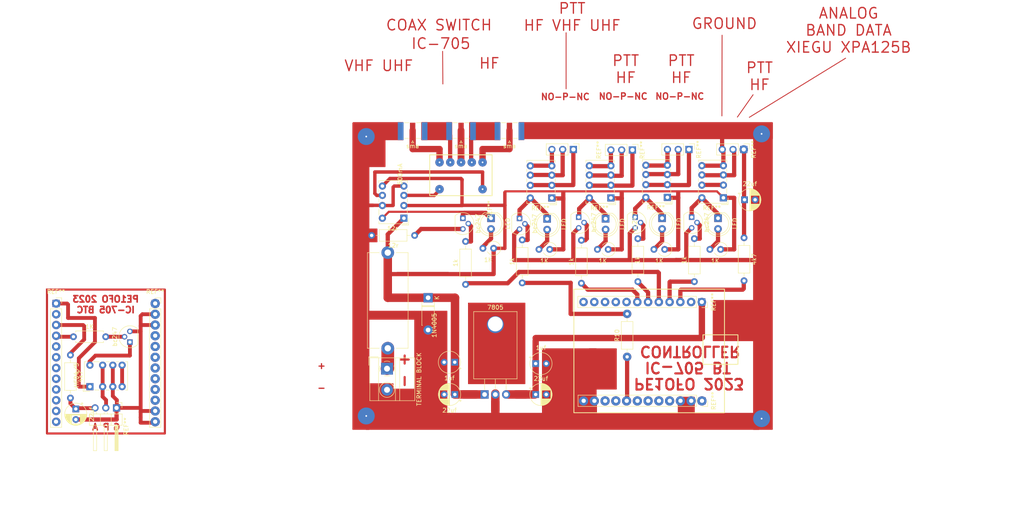
<source format=kicad_pcb>
(kicad_pcb (version 20211014) (generator pcbnew)
  (layers (0 "F.Cu" signal) (31 "B.Cu" signal) (34 "B.Paste" user) (35 "F.Paste" user) (36 "B.SilkS" user "B.Silkscreen") (37 "F.SilkS" user "F.Silkscreen") (38 "B.Mask" user) (39 "F.Mask" user) (44 "Edge.Cuts" user))
  (net 0 "")
  (footprint "Resistor_THT:R_Axial_DIN0207_L6.3mm_D2.5mm_P10.16mm_Horizontal" (layer "F.Cu") (at 169.8498 112.9538 90)
    (fp_text reference "R10")
    (fp_text value "R_Axial_DIN0207_L6.3mm_D2.5mm_P10.16mm_Horizontal")
  )
  (footprint "Relay_THT:Relay_DPDT_Omron_G6K-2P-Y" (layer "F.Cu") (at 192.5828 75.3618 180)
    (fp_text reference "REF**")
    (fp_text value "Relay_DPDT_Omron_G6K-2P-Y")
  )
  (footprint "Connector_PinHeader_2.54mm:PinHeader_1x03_P2.54mm_Vertical" (layer "F.Cu") (at 197.3938 63.9318 -90)
    (fp_text reference "REF**")
    (fp_text value "PinHeader_1x03_P2.54mm_Vertical")
  )
  (footprint "Resistor_THT:R_Axial_DIN0207_L6.3mm_D2.5mm_P10.16mm_Horizontal" (layer "F.Cu") (at 185.7248 95.1738 90)
    (fp_text reference "1k")
    (fp_text value "R_Axial_DIN0207_L6.3mm_D2.5mm_P10.16mm_Horizontal")
  )
  (footprint "Connector_PinSocket_2.54mm:PinSocket_1x12_P2.54mm_Vertical" (layer "F.Cu") (at 187.4828 99.974 -90)
    (fp_text reference "REF**")
    (fp_text value "PinSocket_1x12_P2.54mm_Vertical")
  )
  (footprint "Resistor_THT:R_Axial_DIN0207_L6.3mm_D2.5mm_P7.62mm_Horizontal" (layer "F.Cu") (at 39.116 108.204)
    (fp_text reference "1K")
    (fp_text value "R_Axial_DIN0207_L6.3mm_D2.5mm_P7.62mm_Horizontal")
  )
  (footprint "LED_THT:LED_D5.0mm" (layer "F.Cu") (at 164.7698 80.3098 -90)
    (fp_text reference "LED")
    (fp_text value "LED_D5.0mm")
  )
  (footprint "LED_THT:LED_D5.0mm" (layer "F.Cu") (at 137.7188 80.1878 -90)
    (fp_text reference "LED")
    (fp_text value "LED_D5.0mm")
  )
  (footprint "Package_TO_SOT_THT:TO-220-3_Horizontal_TabDown" (layer "F.Cu") (at 136.1948 121.8438)
    (fp_text reference "7805")
    (fp_text value "TO-220-3_Horizontal_TabDown")
  )
  (footprint "Connector_PinSocket_2.54mm:PinSocket_1x12_P2.54mm_Vertical" (layer "F.Cu") (at 187.5336 123.342 -90)
    (fp_text reference "REF**")
    (fp_text value "PinSocket_1x12_P2.54mm_Vertical")
  )
  (footprint "Capacitor_THT:CP_Radial_D5.0mm_P2.50mm" (layer "F.Cu") (at 39.6748 125.262 -90)
    (fp_text reference "22uf")
    (fp_text value "CP_Radial_D5.0mm_P2.50mm")
  )
  (footprint "Connector_Coaxial:SMA_Samtec_SMA-J-P-X-ST-EM1_EdgeMount" (layer "F.Cu") (at 119.2078 59.6138 180)
    (fp_text reference "sma")
    (fp_text value "SMA_Samtec_SMA-J-P-X-ST-EM1_EdgeMount")
  )
  (footprint "Resistor_THT:R_Axial_DIN0207_L6.3mm_D2.5mm_P10.16mm_Horizontal" (layer "F.Cu") (at 131.7113 95.8348 90)
    (fp_text reference "1k")
    (fp_text value "R_Axial_DIN0207_L6.3mm_D2.5mm_P10.16mm_Horizontal")
  )
  (footprint "Resistor_THT:R_Axial_DIN0207_L6.3mm_D2.5mm_P10.16mm_Horizontal" (layer "F.Cu") (at 38.4048 112.522 -90)
    (fp_text reference "4k7")
    (fp_text value "R_Axial_DIN0207_L6.3mm_D2.5mm_P10.16mm_Horizontal")
  )
  (footprint "Connector_Coaxial:SMA_Samtec_SMA-J-P-X-ST-EM1_EdgeMount" (layer "F.Cu") (at 142.0678 59.6138 180)
    (fp_text reference "sma")
    (fp_text value "SMA_Samtec_SMA-J-P-X-ST-EM1_EdgeMount")
  )
  (footprint "Capacitor_THT:CP_Radial_Tantal_D5.0mm_P2.50mm" (layer "F.Cu") (at 129.144912 114.2238 180)
    (fp_text reference "1uf")
    (fp_text value "CP_Radial_Tantal_D5.0mm_P2.50mm")
  )
  (footprint "Package_TO_SOT_THT:TO-92" (layer "F.Cu") (at 131.0763 80.1878 -90)
    (fp_text reference "bc247")
    (fp_text value "TO-92")
  )
  (footprint "Resistor_THT:R_Axial_DIN0309_L9.0mm_D3.2mm_P2.54mm_Vertical" (layer "F.Cu") (at 151.5813 87.5538 180)
    (fp_text reference "1K")
    (fp_text value "R_Axial_DIN0309_L9.0mm_D3.2mm_P2.54mm_Vertical")
  )
  (footprint "Relay_THT:Relay_DPDT_Omron_G6K-2P-Y" (layer "F.Cu") (at 179.3573 75.2593 180)
    (fp_text reference "REF**")
    (fp_text value "Relay_DPDT_Omron_G6K-2P-Y")
  )
  (footprint "Resistor_THT:R_Axial_DIN0207_L6.3mm_D2.5mm_P10.16mm_Horizontal" (layer "F.Cu") (at 119.6848 84.2518 180)
    (fp_text reference "12r")
    (fp_text value "R_Axial_DIN0207_L6.3mm_D2.5mm_P10.16mm_Horizontal")
  )
  (footprint "LED_THT:LED_D5.0mm" (layer "F.Cu") (at 191.3128 80.1828 -90)
    (fp_text reference "LED")
    (fp_text value "LED_D5.0mm")
  )
  (footprint "Capacitor_THT:CP_Radial_Tantal_D5.0mm_P2.50mm" (layer "F.Cu") (at 148.2598 114.5413)
    (fp_text reference "1uf")
    (fp_text value "CP_Radial_Tantal_D5.0mm_P2.50mm")
  )
  (footprint "Diode_THT:D_DO-41_SOD81_P7.62mm_Horizontal" (layer "F.Cu") (at 122.8598 98.9838 -90)
    (fp_text reference "1N4005")
    (fp_text value "D_DO-41_SOD81_P7.62mm_Horizontal")
  )
  (footprint "Connector_PinHeader_2.54mm:PinHeader_1x03_P2.54mm_Vertical" (layer "F.Cu") (at 171.1048 64.0588 -90)
    (fp_text reference "REF**")
    (fp_text value "PinHeader_1x03_P2.54mm_Vertical")
  )
  (footprint "Relay_THT:Relay_DPDT_Omron_G6K-2P-Y" (layer "F.Cu") (at 43.0124 119.9998 90)
    (fp_text reference "HFD4/5")
    (fp_text value "Relay_DPDT_Omron_G6K-2P-Y")
  )
  (footprint "Resistor_THT:R_Axial_DIN0207_L6.3mm_D2.5mm_P10.16mm_Horizontal" (layer "F.Cu") (at 145.0848 95.4758 90)
    (fp_text reference "1k")
    (fp_text value "R_Axial_DIN0207_L6.3mm_D2.5mm_P10.16mm_Horizontal")
  )
  (footprint "Resistor_THT:R_Axial_DIN0207_L6.3mm_D2.5mm_P10.16mm_Horizontal" (layer "F.Cu") (at 159.0548 95.5548 90)
    (fp_text reference "1k")
    (fp_text value "R_Axial_DIN0207_L6.3mm_D2.5mm_P10.16mm_Horizontal")
  )
  (footprint "Relay_THT:Relay_DPDT_Omron_G6K-2P-Y" (layer "F.Cu") (at 152.0698 75.4098 180)
    (fp_text reference "REF**")
    (fp_text value "Relay_DPDT_Omron_G6K-2P-Y")
  )
  (footprint "Connector_PinSocket_2.54mm:PinSocket_1x12_P2.54mm_Vertical" (layer "F.Cu") (at 58.42 100.33)
    (fp_text reference "REF**")
    (fp_text value "PinSocket_1x12_P2.54mm_Vertical")
  )
  (footprint "Package_TO_SOT_THT:TO-92" (layer "F.Cu") (at 158.4198 79.9338 -90)
    (fp_text reference "bc247")
    (fp_text value "TO-92")
  )
  (footprint "Resistor_THT:R_Axial_DIN0207_L6.3mm_D2.5mm_P10.16mm_Horizontal" (layer "F.Cu") (at 172.3898 95.1738 90)
    (fp_text reference "1k")
    (fp_text value "R_Axial_DIN0207_L6.3mm_D2.5mm_P10.16mm_Horizontal")
  )
  (footprint "Package_TO_SOT_THT:TO-92" (layer "F.Cu") (at 144.4498 80.2358 -90)
    (fp_text reference "bc247")
    (fp_text value "TO-92")
  )
  (footprint "Resistor_THT:R_Axial_DIN0309_L9.0mm_D3.2mm_P2.54mm_Vertical" (layer "F.Cu") (at 178.7208 87.5538 180)
    (fp_text reference "1K")
    (fp_text value "R_Axial_DIN0309_L9.0mm_D3.2mm_P2.54mm_Vertical")
  )
  (footprint "Connector_Coaxial:SMA_Samtec_SMA-J-P-X-ST-EM1_EdgeMount" (layer "F.Cu") (at 130.6378 59.6138 180)
    (fp_text reference "sma")
    (fp_text value "SMA_Samtec_SMA-J-P-X-ST-EM1_EdgeMount")
  )
  (footprint "Package_TO_SOT_THT:TO-92" (layer "F.Cu") (at 52.451 109.474 90)
    (fp_text reference "bc247")
    (fp_text value "TO-92")
  )
  (footprint "Relay_THT:Relay_DPDT_Omron_G6K-2P-Y" (layer "F.Cu") (at 166.0223 75.3863 180)
    (fp_text reference "REF**")
    (fp_text value "Relay_DPDT_Omron_G6K-2P-Y")
  )
  (footprint "Connector_PinHeader_2.54mm:PinHeader_1x03_P2.54mm_Horizontal" (layer "F.Cu") (at 49.2966 125.0228 -90)
    (fp_text reference "REF**")
    (fp_text value "PinHeader_1x03_P2.54mm_Horizontal")
  )
  (footprint "Connector_PinHeader_2.54mm:PinHeader_1x03_P2.54mm_Vertical" (layer "F.Cu") (at 157.1698 63.9318 -90)
    (fp_text reference "REF**")
    (fp_text value "PinHeader_1x03_P2.54mm_Vertical")
  )
  (footprint "Package_TO_SOT_THT:TO-92" (layer "F.Cu") (at 185.0898 79.9338 -90)
    (fp_text reference "bc247")
    (fp_text value "TO-92")
  )
  (footprint "Capacitor_THT:CP_Radial_D5.0mm_P2.50mm" (layer "F.Cu") (at 148.2598 121.8438)
    (fp_text reference "22uf")
    (fp_text value "CP_Radial_D5.0mm_P2.50mm")
  )
  (footprint "Resistor_THT:R_Axial_DIN0207_L6.3mm_D2.5mm_P10.16mm_Horizontal" (layer "F.Cu") (at 197.4596 84.8106 -90)
    (fp_text reference "4k7")
    (fp_text value "R_Axial_DIN0207_L6.3mm_D2.5mm_P10.16mm_Horizontal")
  )
  (footprint "LED_THT:LED_D5.0mm" (layer "F.Cu") (at 178.1048 80.1828 -90)
    (fp_text reference "LED")
    (fp_text value "LED_D5.0mm")
  )
  (footprint "Resistor_THT:R_Axial_DIN0309_L9.0mm_D3.2mm_P2.54mm_Vertical" (layer "F.Cu") (at 165.3858 87.5538 180)
    (fp_text reference "1K")
    (fp_text value "R_Axial_DIN0309_L9.0mm_D3.2mm_P2.54mm_Vertical")
  )
  (footprint "Package_TO_SOT_THT:TO-92" (layer "F.Cu") (at 171.7548 79.9338 -90)
    (fp_text reference "bc247")
    (fp_text value "TO-92")
  )
  (footprint "LED_THT:LED_D5.0mm" (layer "F.Cu") (at 150.9653 80.3368 -90)
    (fp_text reference "LED")
    (fp_text value "LED_D5.0mm")
  )
  (footprint "Capacitor_THT:CP_Radial_D5.0mm_P2.50mm" (layer "F.Cu") (at 129.1698 121.8438 180)
    (fp_text reference "22uf")
    (fp_text value "CP_Radial_D5.0mm_P2.50mm")
  )
  (footprint "Connector_PinHeader_2.54mm:PinHeader_1x03_P2.54mm_Vertical" (layer "F.Cu") (at 184.4548 63.9318 -90)
    (fp_text reference "REF**")
    (fp_text value "PinHeader_1x03_P2.54mm_Vertical")
  )
  (footprint "Capacitor_THT:CP_Radial_D5.0mm_P2.50mm" (layer "F.Cu") (at 197.575287 75.819)
    (fp_text reference "22uf")
    (fp_text value "CP_Radial_D5.0mm_P2.50mm")
  )
  (footprint "Resistor_THT:R_Axial_DIN0309_L9.0mm_D3.2mm_P2.54mm_Vertical" (layer "F.Cu") (at 191.9288 87.5538 180)
    (fp_text reference "1K")
    (fp_text value "R_Axial_DIN0309_L9.0mm_D3.2mm_P2.54mm_Vertical")
  )
  (footprint "Resistor_THT:R_Axial_DIN0309_L9.0mm_D3.2mm_P2.54mm_Vertical" (layer "F.Cu") (at 138.3348 87.2998 180)
    (fp_text reference "1K")
    (fp_text value "R_Axial_DIN0309_L9.0mm_D3.2mm_P2.54mm_Vertical")
  )
  (footprint "Fuse:Fuseholder_Cylinder-5x20mm_Stelvio-Kontek_PTF78_Horizontal_Open" (layer "F.Cu") (at 113.3348 110.9218 90)
    (fp_text reference "500mA")
    (fp_text value "Fuseholder_Cylinder-5x20mm_Stelvio-Kontek_PTF78_Horizontal_Open" hide)
  )
  (footprint "Connector_PinSocket_2.54mm:PinSocket_1x12_P2.54mm_Vertical" (layer "F.Cu") (at 35.0012 100.33)
    (fp_text reference "REF**")
    (fp_text value "PinSocket_1x12_P2.54mm_Vertical")
  )
  (footprint "Relay_THT:Relay_DPDT_Omron_G6K-2P-Y" (layer "F.Cu") (at 117.1448 80.1878 180)
    (fp_text reference "12r")
    (fp_text value "Relay_DPDT_Omron_G6K-2P-Y")
  )
  (footprint "TerminalBlock_MetzConnect:TerminalBlock_MetzConnect_Type011_RT05502HBWC_1x02_P5.00mm_Horizontal" (layer "F.Cu") (at 113.1598 115.7478 -90)
    (fp_text reference "TERMINAL BLOCK")
    (fp_text value "TerminalBlock_MetzConnect_Type011_RT05502HBWC_1x02_P5.00mm_Horizontal")
  )
  (gr_line (start 148.2598 109.1438) (end 148.2598 121.8438) (layer "F.Cu") (width 1.5))
  (gr_rect (start 190.1698 104.3813) (end 190.1698 104.3813) (layer "F.Cu") (width 0.2) (fill none))
  (gr_rect (start 190.1698 107.8738) (end 190.1698 107.8738) (layer "F.Cu") (width 0.2) (fill none))
  (gr_rect (start 202.2856 74.5998) (end 199.5932 77.0382) (layer "F.Cu") (width 1) (fill none))
  (gr_rect (start 167.3098 111.0488) (end 160.9598 120.5738) (layer "F.Cu") (width 0.2) (fill solid))
  (gr_rect (start 110.7948 82.7278) (end 107.4928 85.7758) (layer "F.Cu") (width 0.2) (fill solid))
  (gr_rect (start 120.3198 120.5738) (end 113.9698 126.2888) (layer "F.Cu") (width 0.2) (fill solid))
  (gr_rect (start 199.6948 130.0988) (end 204.1398 57.7088) (layer "F.Cu") (width 0.2) (fill solid))
  (gr_rect (start 112.6998 60.2488) (end 107.6198 67.9958) (layer "F.Cu") (width 0.2) (fill solid))
  (gr_line (start 122.8598 98.9838) (end 113.3348 98.9838) (layer "F.Cu") (width 2))
  (gr_rect (start 119.6848 102.1588) (end 108.2548 104.0638) (layer "F.Cu") (width 0.2) (fill solid))
  (gr_rect (start 200.9648 130.0988) (end 108.2548 126.2888) (layer "F.Cu") (width 0.2) (fill solid))
  (gr_line (start 113.3348 98.9838) (end 113.3348 88.3158) (layer "F.Cu") (width 2))
  (gr_rect (start 162.5473 111.0488) (end 149.8473 127.5588) (layer "F.Cu") (width 0.2) (fill solid))
  (gr_line (start 155.448 49.6062) (end 155.448 36.3474) (layer "F.Cu") (width 0.2))
  (gr_rect (start 167.3098 115.8113) (end 167.3098 115.8113) (layer "F.Cu") (width 0.2) (fill none))
  (gr_rect (start 128.4478 57.5818) (end 121.3358 61.6458) (layer "F.Cu") (width 0.2) (fill solid))
  (gr_line (start 126.3396 48.4632) (end 126.2888 40.7416) (layer "F.Cu") (width 0.2))
  (gr_rect (start 145.7198 100.2538) (end 132.3848 119.3038) (layer "F.Cu") (width 0.2) (fill solid))
  (gr_line (start 195.8848 56.2864) (end 199.5932 51.0032) (layer "F.Cu") (width 0.2))
  (gr_rect (start 190.1698 107.8738) (end 190.1698 107.8738) (layer "F.Cu") (width 0.2) (fill none))
  (gr_rect (start 114.5848 119.3038) (end 106.9848 127.5588) (layer "F.Cu") (width 0.2) (fill solid))
  (gr_rect (start 116.8908 57.5818) (end 105.2068 61.6458) (layer "F.Cu") (width 0.2) (fill solid))
  (gr_line (start 122.8598 98.9838) (end 129.2098 98.9838) (layer "F.Cu") (width 2))
  (gr_line (start 192.2272 56.007) (end 192.278 36.9316) (layer "F.Cu") (width 0.2))
  (gr_rect (start 127.3048 102.1588) (end 119.6848 127.5588) (layer "F.Cu") (width 0.2) (fill solid))
  (gr_rect (start 139.7508 57.5818) (end 132.6388 61.6458) (layer "F.Cu") (width 0.2) (fill solid))
  (gr_rect (start 263.460112 99.695) (end 263.460112 99.695) (layer "F.Cu") (width 0.2) (fill none))
  (gr_rect (start 263.460112 99.695) (end 263.460112 99.695) (layer "F.Cu") (width 0.2) (fill none))
  (gr_rect (start 199.6948 99.6188) (end 190.1698 109.1438) (layer "F.Cu") (width 0.2) (fill solid))
  (gr_rect (start 185.7248 122.4788) (end 181.9148 129.4638) (layer "F.Cu") (width 0.2) (fill solid))
  (gr_rect (start 167.3098 115.8113) (end 167.3098 115.8113) (layer "F.Cu") (width 0.2) (fill none))
  (gr_line (start 129.2098 98.9838) (end 129.2098 121.8438) (layer "F.Cu") (width 2))
  (gr_rect (start 105.0798 130.0988) (end 108.8898 57.7088) (layer "F.Cu") (width 0.2) (fill solid))
  (gr_line (start 198.7042 56.3372) (end 221.4372 42.3672) (layer "F.Cu") (width 0.2))
  (gr_rect (start 204.1398 57.5818) (end 144.4498 61.3918) (layer "F.Cu") (width 0.2) (fill solid))
  (gr_rect (start 32.8705 131.064) (end 60.706 97.05) (layer "F.Cu") (width 0.5) (fill none))
  (gr_rect (start 117.1448 120.5738) (end 117.1448 120.5738) (layer "F.Cu") (width 0.2) (fill none))
  (gr_rect (start 196.0118 107.7468) (end 187.7568 114.7318) (layer "F.SilkS") (width 0.2) (fill none))
  (gr_rect (start 192.8368 96.9518) (end 157.2768 126.1618) (layer "F.SilkS") (width 0.2) (fill none))
  (gr_rect (start 137.9728 65.2018) (end 123.2408 74.8538) (layer "F.SilkS") (width 0.2) (fill none))
  (gr_text "-" (at 97.6884 120.269) (layer "F.Cu") (effects (font (size 1.5 1.5) (thickness 0.3))))
  (gr_text "PTT\nHF" (at 169.5196 44.958) (layer "F.Cu") (effects (font (size 2.5 2.5) (thickness 0.3))))
  (gr_text "COAX SWITCH" (at 125.4252 34.544) (layer "F.Cu") (effects (font (size 2.5 2.5) (thickness 0.3))))
  (gr_text "IC-705 BTC" (at 46.736 101.854) (layer "F.Cu") (effects (font (size 1.5 1.5) (thickness 0.375)) (justify mirror)))
  (gr_text "GROUND" (at 192.8368 34.1884) (layer "F.Cu") (effects (font (size 2.5 2.5) (thickness 0.3))))
  (gr_text "ANALOG\nBAND DATA\nXIEGU XPA125B" (at 222.1484 35.7632) (layer "F.Cu") (effects (font (size 2.5 2.5) (thickness 0.3))))
  (gr_text "IC-705 BT" (at 184.2008 115.4938 180) (layer "F.Cu") (effects (font (size 2.5 2.5) (thickness 0.5)) (justify mirror)))
  (gr_text "G" (at 49.3268 129.54) (layer "F.Cu") (effects (font (size 1.5 1.5) (thickness 0.375)) (justify mirror)))
  (gr_text "PTT\nHF" (at 182.626 44.958) (layer "F.Cu") (effects (font (size 2.5 2.5) (thickness 0.3))))
  (gr_text "IC-705" (at 125.8824 38.9128) (layer "F.Cu") (effects (font (size 2.5 2.5) (thickness 0.3))))
  (gr_text "P" (at 46.83905 129.54) (layer "F.Cu") (effects (font (size 1.5 1.5) (thickness 0.375)) (justify mirror)))
  (gr_text "PTT\nHF" (at 201.1172 46.6344) (layer "F.Cu") (effects (font (size 2.5 2.5) (thickness 0.3))))
  (gr_text "CONTROLLER" (at 184.7088 111.6838 180) (layer "F.Cu") (effects (font (size 2.5 2.5) (thickness 0.5)) (justify mirror)))
  (gr_text "+" (at 117.1448 113.5888 90) (layer "F.Cu") (effects (font (size 2.5 2.5) (thickness 0.5)) (justify mirror)))
  (gr_text "HF" (at 137.3124 43.5864) (layer "F.Cu") (effects (font (size 2.5 2.5) (thickness 0.3))))
  (gr_text "PTT\nHF VHF UHF" (at 156.8704 32.6136) (layer "F.Cu") (effects (font (size 2.5 2.5) (thickness 0.3))))
  (gr_text "NO-P-NC" (at 155.2448 51.4858) (layer "F.Cu") (effects (font (size 1.5 1.5) (thickness 0.3))))
  (gr_text "VHF UHF" (at 111.2012 44.1452) (layer "F.Cu") (effects (font (size 2.5 2.5) (thickness 0.3))))
  (gr_text "-" (at 117.1448 118.6688 90) (layer "F.Cu") (effects (font (size 2.5 2.5) (thickness 0.5)) (justify mirror)))
  (gr_text "NO-P-NC" (at 182.2704 51.3842) (layer "F.Cu") (effects (font (size 1.5 1.5) (thickness 0.3))))
  (gr_text "NO-P-NC" (at 168.91 51.3842) (layer "F.Cu") (effects (font (size 1.5 1.5) (thickness 0.3))))
  (gr_text "A" (at 44.2468 129.54) (layer "F.Cu") (effects (font (size 1.5 1.5) (thickness 0.375)) (justify mirror)))
  (gr_text "PE1OFO 2023" (at 184.4548 119.3038 180) (layer "F.Cu") (effects (font (size 2.5 2.5) (thickness 0.5)) (justify mirror)))
  (gr_text "+" (at 97.6884 115.0366) (layer "F.Cu") (effects (font (size 1.5 1.5) (thickness 0.3))))
  (gr_text "PE1OFO 2023" (at 46.736 99.314) (layer "F.Cu") (effects (font (size 1.5 1.5) (thickness 0.375)) (justify mirror)))
  (gr_text "REF**" (at 137.4318 78.1428 90) (layer "F.SilkS") (effects (font (size 1 1))))
  (segment (start 40.5384 119.9896) (end 40.386 119.8372) (width 0.9) (layer "F.Cu") (net 0))
  (segment (start 172.3898 95.3008) (end 172.3898 95.1738) (width 1) (layer "F.Cu") (net 0))
  (segment (start 181.9148 75.3618) (end 181.9148 74.0918) (width 1) (layer "F.Cu") (net 0))
  (segment (start 55.389 102.887) (end 54.991 103.285) (width 0.9) (layer "F.Cu") (net 0))
  (segment (start 48.4124 122.2248) (end 49.3624 123.1748) (width 0.9) (layer "F.Cu") (net 0))
  (segment (start 176.1808 87.5538) (end 178.1048 85.6298) (width 1) (layer "F.Cu") (net 0))
  (segment (start 186.9948 85.0138) (end 185.7248 85.0138) (width 1) (layer "F.Cu") (net 0))
  (segment (start 192.5828 67.7618) (end 192.5828 64.2008) (width 1) (layer "F.Cu") (net 0))
  (segment (start 144.4498 82.7758) (end 143.1798 84.0458) (width 1) (layer "F.Cu") (net 0))
  (segment (start 192.5828 70.2818) (end 192.8368 70.0278) (width 1) (layer "F.Cu") (net 0))
  (segment (start 130.8608 77.1878) (end 130.8608 71.0438) (width 0.8) (layer "F.Cu") (net 0))
  (segment (start 195.1078 64.1858) (end 195.1078 65.1868) (width 1) (layer "F.Cu") (net 0))
  (segment (start 121.2088 82.7278) (end 119.6848 84.2518) (width 1) (layer "F.Cu") (net 0))
  (segment (start 109.33732 77.1878) (end 109.28932 77.1398) (width 0.2) (layer "F.Cu") (net 0))
  (segment (start 177.0888 92.8878) (end 144.3228 92.8878) (width 1) (layer "F.Cu") (net 0))
  (segment (start 179.3748 63.9318) (end 179.3748 67.7593) (width 1) (layer "F.Cu") (net 0))
  (segment (start 160.3248 81.8388) (end 160.3248 85.0138) (width 1) (layer "F.Cu") (net 0))
  (segment (start 192.5828 64.2008) (end 192.3138 63.9318) (width 1) (layer "F.Cu") (net 0))
  (segment (start 168.5798 75.4888) (end 166.0398 75.4888) (width 1) (layer "F.Cu") (net 0))
  (segment (start 143.1798 84.0458) (end 143.1798 90.0938) (width 1) (layer "F.Cu") (net 0))
  (segment (start 138.7348 121.6338) (end 138.7348 125.6538) (width 2) (layer "F.Cu") (net 0))
  (segment (start 52.451 112.649) (end 44.323 112.649) (width 0.9) (layer "F.Cu") (net 0))
  (segment (start 54.991 125.984) (end 55.228 125.747) (width 0.6) (layer "F.Cu") (net 0))
  (segment (start 169.7228 123.3678) (end 169.4688 123.6218) (width 1) (layer "F.Cu") (net 0))
  (segment (start 168.5798 75.4888) (end 168.5798 74.2188) (width 1) (layer "F.Cu") (net 0))
  (segment (start 162.8458 87.5538) (end 164.7698 85.6298) (width 1) (layer "F.Cu") (net 0))
  (segment (start 113.5888 78.6638) (end 135.6868 78.6638) (width 0.5) (layer "F.Cu") (net 0))
  (segment (start 54.991 103.285) (end 54.991 105.664) (width 0.9) (layer "F.Cu") (net 0))
  (segment (start 154.6448 70.0278) (end 152.1533 70.0278) (width 1) (layer "F.Cu") (net 0))
  (segment (start 189.3888 87.5538) (end 191.3128 85.6298) (width 1) (layer "F.Cu") (net 0))
  (segment (start 197.3938 95.0364) (end 197.3938 96.8398) (width 1) (layer "F.Cu") (net 0))
  (segment (start 164.7698 79.2988) (end 160.9598 75.4888) (width 1) (layer "F.Cu") (net 0))
  (segment (start 147.1553 75.5158) (end 150.9653 79.3258) (width 1) (layer "F.Cu") (net 0))
  (segment (start 171.7548 82.4738) (end 170.4848 83.7438) (width 1) (layer "F.Cu") (net 0))
  (segment (start 185.0898 82.4738) (end 183.8198 83.7438) (width 1) (layer "F.Cu") (net 0))
  (segment (start 168.5798 87.5538) (end 165.3858 87.5538) (width 1) (layer "F.Cu") (net 0))
  (segment (start 117.1448 72.5878) (end 114.8388 72.5878) (width 0.8) (layer "F.Cu") (net 0))
  (segment (start 142.0678 63.8413) (end 135.7178 63.8413) (width 1.5) (layer "F.Cu") (net 0))
  (segment (start 114.8388 72.5878) (end 114.6048 72.8218) (width 0.2) (layer "F.Cu") (net 0))
  (segment (start 197.3938 96.8398) (end 197.1548 97.0788) (width 0.25) (layer "F.Cu") (net 0))
  (segment (start 112.3188 79.9338) (end 113.5888 78.6638) (width 0.5) (layer "F.Cu") (net 0))
  (segment (start 38.4048 112.0902) (end 38.4048 112.522) (width 0.9) (layer "F.Cu") (net 0))
  (segment (start 183.8198 90.0938) (end 181.4068 90.0938) (width 1) (layer "F.Cu") (net 0))
  (segment (start 181.9198 67.7368) (end 181.9148 67.7418) (width 0.25) (layer "F.Cu") (net 0))
  (segment (start 37.846 103.759) (end 37.846 100.584) (width 0.9) (layer "F.Cu") (net 0))
  (segment (start 164.7698 85.6298) (end 164.7698 82.8498) (width 1) (layer "F.Cu") (net 0))
  (segment (start 110.2868 74.3458) (end 110.7288 74.7878) (width 0.8) (layer "F.Cu") (net 0))
  (segment (start 58.42 105.432) (end 55.223 105.432) (width 0.9) (layer "F.Cu") (net 0))
  (segment (start 54.991 105.664) (end 54.991 106.934) (width 0.9) (layer "F.Cu") (net 0))
  (segment (start 130.8503 59.6388) (end 130.6378 59.4263) (width 0.2) (layer "F.Cu") (net 0))
  (segment (start 168.5798 70.1548) (end 166.0883 70.1548) (width 1) (layer "F.Cu") (net 0))
  (segment (start 185.0898 77.7748) (end 187.5028 75.3618) (width 1) (layer "F.Cu") (net 0))
  (segment (start 46.0124 119.9998) (end 46.0124 122.3648) (width 0.9) (layer "F.Cu") (net 0))
  (segment (start 148.0312 121.8438) (end 143.5862 121.8438) (width 2) (layer "F.Cu") (net 0))
  (segment (start 37.846 100.584) (end 37.614 100.352) (width 0.9) (layer "F.Cu") (net 0))
  (segment (start 157.1368 72.3618) (end 152.0873 72.3618) (width 1) (layer "F.Cu") (net 0))
  (segment (start 132.3463 81.4578) (end 132.9813 82.0928) (width 1) (layer "F.Cu") (net 0))
  (segment (start 192.3288 63.9468) (end 192.3138 63.9318) (width 0.25) (layer "F.Cu") (net 0))
  (segment (start 54.991 127.254) (end 54.991 128.524) (width 0.9) (layer "F.Cu") (net 0))
  (segment (start 158.5258 77.9228) (end 160.9598 75.4888) (width 1) (layer "F.Cu") (net 0))
  (segment (start 166.0223 72.4888) (end 160.9423 72.4888) (width 1) (layer "F.Cu") (net 0))
  (segment (start 195.1078 65.1868) (end 195.1228 65.2018) (width 0.25) (layer "F.Cu") (net 0))
  (segment (start 134.2898 121.8438) (end 129.2098 121.8438) (width 2) (layer "F.Cu") (net 0))
  (segment (start 55.228 125.747) (end 58.42 125.747) (width 0.9) (layer "F.Cu") (net 0))
  (segment (start 146.3548 85.3158) (end 145.0848 85.3158) (width 1) (layer "F.Cu") (net 0))
  (segment (start 181.9148 63.9318) (end 181.9148 69.7738) (width 1) (layer "F.Cu") (net 0))
  (segment (start 181.9148 87.5538) (end 178.7208 87.5538) (width 1) (layer "F.Cu") (net 0))
  (segment (start 174.5488 97.4598) (end 172.3898 95.3008) (width 1) (layer "F.Cu") (net 0))
  (segment (start 110.2868 69.2658) (end 110.2868 74.3458) (width 0.8) (layer "F.Cu") (net 0))
  (segment (start 131.0763 79.2103) (end 131.0763 80.1878) (width 1) (layer "F.Cu") (net 0))
  (segment (start 142.0678 63.8413) (end 142.0678 59.4138) (width 1.5) (layer "F.Cu") (net 0))
  (segment (start 158.4198 82.4738) (end 157.1498 83.7438) (width 1) (layer "F.Cu") (net 0))
  (segment (start 184.9678 123.3678) (end 184.9678 126.8018) (width 1) (layer "F.Cu") (net 0))
  (segment (start 173.6598 85.0138) (end 172.3898 85.0138) (width 1) (layer "F.Cu") (net 0))
  (segment (start 135.7948 87.2998) (end 135.7948 86.9378) (width 1) (layer "F.Cu") (net 0))
  (segment (start 133.0198 67.2338) (end 133.0198 60.8838) (width 1) (layer "F.Cu") (net 0))
  (segment (start 39.857 125.0798) (end 44.2824 125.0798) (width 0.9) (layer "F.Cu") (net 0))
  (segment (start 173.6598 81.8388) (end 173.6598 85.0138) (width 1) (layer "F.Cu") (net 0))
  (segment (start 135.7178 69.2658) (end 110.2868 69.2658) (width 0.8) (layer "F.Cu") (net 0))
  (segment (start 195.1228 70.0278) (end 187.5688 70.0278) (width 1) (layer "F.Cu") (net 0))
  (segment (start 140.9823 87.2998) (end 140.9823 74.0918) (width 0.8) (layer "F.Cu") (net 0))
  (segment (start 146.3548 82.1408) (end 146.3548 85.3158) (width 1) (layer "F.Cu") (net 0))
  (segment (start 171.1048 64.0588) (end 171.1048 72.4258) (width 1) (layer "F.Cu") (net 0))
  (segment (start 171.1198 72.4408) (end 171.0718 72.4888) (width 0.2) (layer "F.Cu") (net 0))
  (segment (start 141.0208 77.1398) (end 130.8608 77.1398) (width 0.8) (layer "F.Cu") (net 0))
  (segment (start 48.4124 119.9998) (end 48.4124 122.2248) (width 0.9) (layer "F.Cu") (net 0))
  (segment (start 119.2078 63.8413) (end 119.2078 59.4138) (width 1.5) (layer "F.Cu") (net 0))
  (segment (start 169.8498 123.2408) (end 169.7228 123.3678) (width 1) (layer "F.Cu") (net 0))
  (segment (start 46.736 108.204) (end 51.181 108.204) (width 0.9) (layer "F.Cu") (net 0))
  (segment (start 194.8538 63.9318) (end 195.1078 64.1858) (width 1) (layer "F.Cu") (net 0))
  (segment (start 187.5028 108.3818) (end 187.3758 108.5088) (width 0.25) (layer "F.Cu") (net 0))
  (segment (start 177.3428 93.1418) (end 177.0888 92.8878) (width 1) (layer "F.Cu") (net 0))
  (segment (start 46.8224 123.1748) (end 46.8224 125.0798) (width 0.9) (layer "F.Cu") (net 0))
  (segment (start 166.0223 70.0888) (end 160.9423 70.0888) (width 1) (layer "F.Cu") (net 0))
  (segment (start 154.7483 75.5158) (end 152.2353 75.5158) (width 1) (layer "F.Cu") (net 0))
  (segment (start 138.3348 87.2998) (end 138.3348 93.3958) (width 1) (layer "F.Cu") (net 0))
  (segment (start 192.5628 67.7618) (end 187.5028 67.7618) (width 1) (layer "F.Cu") (net 0))
  (segment (start 42.926 114.046) (end 42.926 115.189) (width 0.9) (layer "F.Cu") (net 0))
  (segment (start 156.5148 102.7938) (end 156.5148 95.4278) (width 1) (layer "F.Cu") (net 0))
  (segment (start 171.7548 77.9018) (end 174.2948 75.3618) (width 1) (layer "F.Cu") (net 0))
  (segment (start 166.0223 67.8888) (end 160.9423 67.8888) (width 1) (layer "F.Cu") (net 0))
  (segment (start 154.6298 63.9318) (end 154.6298 70.0128) (width 1) (layer "F.Cu") (net 0))
  (segment (start 159.5628 123.3678) (end 159.5628 126.7968) (width 1) (layer "F.Cu") (net 0))
  (segment (start 49.3268 127.762) (end 49.2966 127.7318) (width 0.25) (layer "F.Cu") (net 0))
  (segment (start 169.8498 102.7938) (end 156.5148 102.7938) (width 1) (layer "F.Cu") (net 0))
  (segment (start 157.1698 63.6298) (end 157.1498 63.6498) (width 1) (layer "F.Cu") (net 0))
  (segment (start 192.5828 75.3618) (end 191.0588 73.8378) (width 0.5) (layer "F.Cu") (net 0))
  (segment (start 131.3688 78.9178) (end 131.0763 79.2103) (width 1) (layer "F.Cu") (net 0))
  (segment (start 144.4498 78.2213) (end 147.1553 75.5158) (width 1) (layer "F.Cu") (net 0))
  (segment (start 179.6923 69.7738) (end 179.4383 70.0278) (width 1) (layer "F.Cu") (net 0))
  (segment (start 130.6068 70.7898) (end 113.8628 70.7898) (width 0.8) (layer "F.Cu") (net 0))
  (segment (start 114.6048 72.8218) (end 114.6048 77.1398) (width 0.8) (layer "F.Cu") (net 0))
  (segment (start 41.656 108.839) (end 38.4048 112.0902) (width 0.9) (layer "F.Cu") (net 0))
  (segment (start 55.223 105.432) (end 54.991 105.664) (width 0.25) (layer "F.Cu") (net 0))
  (segment (start 187.5028 99.9998) (end 187.5028 108.3818) (width 1.5) (layer "F.Cu") (net 0))
  (segment (start 174.8028 97.7138) (end 174.5488 97.4598) (width 0.25) (layer "F.Cu") (net 0))
  (segment (start 171.1198 97.0788) (end 172.2628 98.2218) (width 1) (layer "F.Cu") (net 0))
  (segment (start 58.188 125.984) (end 58.42 125.752) (width 0.25) (layer "F.Cu") (net 0))
  (segment (start 46.0124 114.9198) (end 46.0124 119.9998) (width 0.9) (layer "F.Cu") (net 0))
  (segment (start 187.5028 108.6358) (end 187.3758 108.5088) (width 0.25) (layer "F.Cu") (net 0))
  (segment (start 168.5648 70.1398) (end 168.5798 70.1548) (width 0.2) (layer "F.Cu") (net 0))
  (segment (start 55.389 102.887) (end 58.42 102.887) (width 0.9) (layer "F.Cu") (net 0))
  (segment (start 54.991 106.934) (end 54.991 125.984) (width 0.9) (layer "F.Cu") (net 0))
  (segment (start 185.0898 126.9238) (end 182.5498 126.9238) (width 1) (layer "F.Cu") (net 0))
  (segment (start 143.5608 90.0938) (end 143.3068 89.8398) (width 1) (layer "F.Cu") (net 0))
  (segment (start 38.4048 122.682) (end 38.4048 123.992) (width 0.9) (layer "F.Cu") (net 0))
  (segment (start 150.9653 85.6298) (end 150.9653 82.8768) (width 1) (layer "F.Cu") (net 0))
  (segment (start 195.1228 87.5538) (end 195.1228 75.3618) (width 1) (layer "F.Cu") (net 0))
  (segment (start 44.196 103.759) (end 37.846 103.759) (width 0.9) (layer "F.Cu") (net 0))
  (segment (start 191.3128 80.1828) (end 191.3128 79.1718) (width 1) (layer "F.Cu") (net 0))
  (segment (start 197.4596 84.8106) (end 197.4596 63.9976) (width 1) (layer "F.Cu") (net 0))
  (segment (start 181.4068 90.0938) (end 143.5608 90.0938) (width 1) (layer "F.Cu") (net 0))
  (segment (start 197.4596 94.9706) (end 197.3938 95.0364) (width 1) (layer "F.Cu") (net 0))
  (segment (start 179.1208 72.3138) (end 174.5488 72.3138) (width 1) (layer "F.Cu") (net 0))
  (segment (start 37.614 100.352) (end 35.052 100.352) (width 0.9) (layer "F.Cu") (net 0))
  (segment (start 40.386 119.8372) (end 40.386 113.284) (width 0.9) (layer "F.Cu") (net 0))
  (segment (start 197.1548 97.0788) (end 182.5498 97.0788) (width 1) (layer "F.Cu") (net 0))
  (segment (start 171.0718 72.4888) (end 166.0223 72.4888) (width 1) (layer "F.Cu") (net 0))
  (segment (start 113.8628 70.7898) (end 112.0648 72.5878) (width 0.8) (layer "F.Cu") (net 0))
  (segment (start 35.284 108.204) (end 35.052 107.972) (width 0.25) (layer "F.Cu") (net 0))
  (segment (start 187.5688 70.0278) (end 187.5028 69.9618) (width 1) (layer "F.Cu") (net 0))
  (segment (start 136.1948 121.8438) (end 131.1148 121.8438) (width 2) (layer "F.Cu") (net 0))
  (segment (start 35.052 105.432) (end 41.424 105.432) (width 0.9) (layer "F.Cu") (net 0))
  (segment (start 39.6748 125.262) (end 39.857 125.0798) (width 0.9) (layer "F.Cu") (net 0))
  (segment (start 166.0883 70.1548) (end 166.0223 70.0888) (width 0.2) (layer "F.Cu") (net 0))
  (segment (start 137.7188 85.0138) (end 137.7188 83.2358) (width 1) (layer "F.Cu") (net 0))
  (segment (start 113.3348 115.5728) (end 113.1598 115.7478) (width 3) (layer "F.Cu") (net 0))
  (segment (start 174.2948 75.3618) (end 178.1048 79.1718) (width 1) (layer "F.Cu") (net 0))
  (segment (start 43.0124 119.9998) (end 40.4724 119.9998) (width 0.9) (layer "F.Cu") (net 0))
  (segment (start 159.6898 81.2038) (end 160.3248 81.8388) (width 1) (layer "F.Cu") (net 0))
  (segment (start 136.4488 78.9178) (end 131.3688 78.9178) (width 1) (layer "F.Cu") (net 0))
  (segment (start 192.5828 67.8688) (end 192.5828 67.7418) (width 1) (layer "F.Cu") (net 0))
  (segment (start 138.3348 87.2998) (end 140.9823 87.2998) (width 0.8) (layer "F.Cu") (net 0))
  (segment (start 130.8608 71.0438) (end 130.6068 70.7898) (width 0.8) (layer "F.Cu") (net 0))
  (segment (start 141.6558 95.5548) (end 131.9913 95.5548) (width 1) (layer "F.Cu") (net 0))
  (segment (start 162.2298 123.4948) (end 162.2298 126.9238) (width 1) (layer "F.Cu") (net 0))
  (segment (start 177.3428 99.9998) (end 177.3428 93.1418) (width 1) (layer "F.Cu") (net 0))
  (segment (start 195.1228 75.3618) (end 192.5828 75.3618) (width 1) (layer "F.Cu") (net 0))
  (segment (start 111.5568 77.1398) (end 108.82932 77.1398) (width 0.8) (layer "F.Cu") (net 0))
  (segment (start 187.3758 108.5088) (end 148.2598 108.5088) (width 1.5) (layer "F.Cu") (net 0))
  (segment (start 125.5268 73.5838) (end 124.3228 74.7878) (width 0.8) (layer "F.Cu") (net 0))
  (segment (start 156.5148 95.4758) (end 145.0848 95.4758) (width 1) (layer "F.Cu") (net 0))
  (segment (start 191.3128 79.1718) (end 187.5028 75.3618) (width 1) (layer "F.Cu") (net 0))
  (segment (start 135.7948 86.9378) (end 137.7188 85.0138) (width 1) (layer "F.Cu") (net 0))
  (segment (start 168.5798 75.4888) (end 168.5798 87.5538) (width 1) (layer "F.Cu") (net 0))
  (segment (start 191.0588 73.8378) (end 141.0208 73.8378) (width 0.5) (layer "F.Cu") (net 0))
  (segment (start 144.4498 80.2358) (end 144.4498 78.2213) (width 1) (layer "F.Cu") (net 0))
  (segment (start 154.7753 75.4888) (end 154.7483 75.5158) (width 1) (layer "F.Cu") (net 0))
  (segment (start 195.1228 65.2018) (end 195.1228 70.0278) (width 1) (layer "F.Cu") (net 0))
  (segment (start 152.0873 69.9618) (end 147.0073 69.9618) (width 1) (layer "F.Cu") (net 0))
  (segment (start 181.4068 90.0938) (end 198.4248 90.0938) (width 1) (layer "F.Cu") (net 0))
  (segment (start 131.0763 82.7278) (end 121.2088 82.7278) (width 1) (layer "F.Cu") (net 0))
  (segment (start 152.0898 63.9318) (end 152.0898 67.7593) (width 1) (layer "F.Cu") (net 0))
  (segment (start 154.7753 87.5538) (end 154.7753 74.2188) (width 1) (layer "F.Cu") (net 0))
  (segment (start 154.7753 75.4888) (end 154.7753 75.7638) (width 1) (layer "F.Cu") (net 0))
  (segment (start 166.0248 64.0588) (end 166.0248 67.8863) (width 1) (layer "F.Cu") (net 0))
  (segment (start 191.3128 85.6298) (end 191.3128 82.7228) (width 1) (layer "F.Cu") (net 0))
  (segment (start 138.2268 93.3958) (end 115.6208 93.3958) (width 1) (layer "F.Cu") (net 0))
  (segment (start 132.9813 85.6748) (end 131.7113 85.6748) (width 1) (layer "F.Cu") (net 0))
  (segment (start 183.8198 83.7438) (end 183.8198 90.0938) (width 1) (layer "F.Cu") (net 0))
  (segment (start 169.8498 112.9538) (end 169.8498 123.2408) (width 1) (layer "F.Cu") (net 0))
  (segment (start 39.6748 127.762) (end 49.3268 127.762) (width 1) (layer "F.Cu") (net 0))
  (segment (start 58.42 118.132) (end 58.674 118.386) (width 1) (layer "F.Cu") (net 0))
  (segment (start 182.4228 97.2058) (end 182.4228 99.9998) (width 1) (layer "F.Cu") (net 0))
  (segment (start 58.188 128.524) (end 58.42 128.292) (width 0.6) (layer "F.Cu") (net 0))
  (segment (start 44.323 112.649) (end 42.926 114.046) (width 0.9) (layer "F.Cu") (net 0))
  (segment (start 181.9148 75.3618) (end 179.3748 75.3618) (width 1) (layer "F.Cu") (net 0))
  (segment (start 130.6378 66.9798) (end 130.6378 59.4138) (width 1.6) (layer "F.Cu") (net 0))
  (segment (start 113.3348 110.9218) (end 113.3348 115.5728) (width 3) (layer "F.Cu") (net 0))
  (segment (start 168.5648 64.0588) (end 168.5648 70.1398) (width 1) (layer "F.Cu") (net 0))
  (segment (start 186.3598 81.2038) (end 186.9948 81.8388) (width 1) (layer "F.Cu") (net 0))
  (segment (start 179.4398 67.7418) (end 179.3573 67.6593) (width 0.25) (layer "F.Cu") (net 0))
  (segment (start 52.451 109.474) (end 52.451 112.649) (width 0.9) (layer "F.Cu") (net 0))
  (segment (start 187.7568 70.0278) (end 187.5028 70.2818) (width 1) (layer "F.Cu") (net 0))
  (segment (start 195.1228 87.5538) (end 191.9288 87.5538) (width 1) (layer "F.Cu") (net 0))
  (segment (start 50.6124 114.9198) (end 50.6124 119.9998) (width 0.9) (layer "F.Cu") (net 0))
  (segment (start 159.6898 126.9238) (end 162.2298 126.9238) (width 1) (layer "F.Cu") (net 0))
  (segment (start 197.3938 63.9318) (end 197.4088 63.9468) (width 0.25) (layer "F.Cu") (net 0))
  (segment (start 110.7288 74.7878) (end 112.0648 74.7878) (width 0.8) (layer "F.Cu") (net 0))
  (segment (start 125.5578 63.8413) (end 119.2078 63.8413) (width 1.5) (layer "F.Cu") (net 0))
  (segment (start 185.7248 95.1738) (end 180.0098 95.1738) (width 1) (layer "F.Cu") (net 0))
  (segment (start 170.4848 83.7438) (end 170.4848 90.0938) (width 1) (layer "F.Cu") (net 0))
  (segment (start 179.1208 69.7738) (end 174.5488 69.7738) (width 1) (layer "F.Cu") (net 0))
  (segment (start 125.5578 66.9798) (end 125.5578 63.8413) (width 1.5) (layer "F.Cu") (net 0))
  (segment (start 124.3228 74.7878) (end 117.1448 74.7878) (width 0.8) (layer "F.Cu") (net 0))
  (segment (start 114.5568 77.1878) (end 112.0648 77.1878) (width 0.8) (layer "F.Cu") (net 0))
  (segment (start 159.9438 85.3948) (end 159.0548 85.3948) (width 1) (layer "F.Cu") (net 0))
  (segment (start 169.4688 123.6218) (end 169.7228 123.8758) (width 0.2) (layer "F.Cu") (net 0))
  (segment (start 41.656 105.664) (end 41.656 108.839) (width 0.9) (layer "F.Cu") (net 0))
  (segment (start 162.1028 123.3678) (end 162.2298 123.4948) (width 0.25) (layer "F.Cu") (net 0))
  (segment (start 178.8668 67.7418) (end 174.2948 67.7418) (width 1) (layer "F.Cu") (net 0))
  (segment (start 179.8828 95.3008) (end 179.8828 99.9998) (width 1) (layer "F.Cu") (net 0))
  (segment (start 184.4218 72.3618) (end 179.3723 72.3618) (width 1) (layer "F.Cu") (net 0))
  (segment (start 149.0413 87.5538) (end 150.9653 85.6298) (width 1) (layer "F.Cu") (net 0))
  (segment (start 128.0668 66.9798) (end 128.0668 60.6298) (width 1) (layer "F.Cu") (net 0))
  (segment (start 157.1498 83.7438) (end 157.1498 90.0938) (width 1) (layer "F.Cu") (net 0))
  (segment (start 173.0248 81.2038) (end 173.6598 81.8388) (width 1) (layer "F.Cu") (net 0))
  (segment (start 138.7348 123.5388) (end 138.7348 127.5588) (width 2) (layer "F.Cu") (net 0))
  (segment (start 49.1109 125.0188) (end 54.8259 125.0188) (width 0.9) (layer "F.Cu") (net 0))
  (segment (start 46.0124 122.3648) (end 46.8224 123.1748) (width 0.9) (layer "F.Cu") (net 0))
  (segment (start 172.2628 98.2218) (end 172.2628 99.9998) (width 1) (layer "F.Cu") (net 0))
  (segment (start 160.5788 97.0788) (end 171.1198 97.0788) (width 1) (layer "F.Cu") (net 0))
  (segment (start 144.3228 92.8878) (end 141.6558 95.5548) (width 1) (layer "F.Cu") (net 0))
  (segment (start 41.424 105.432) (end 41.656 105.664) (width 0.6) (layer "F.Cu") (net 0))
  (segment (start 157.1498 63.9518) (end 157.1498 71.9808) (width 1) (layer "F.Cu") (net 0))
  (segment (start 152.0873 72.3618) (end 147.0073 72.3618) (width 1) (layer "F.Cu") (net 0))
  (segment (start 135.7178 73.3298) (end 135.7178 69.2658) (width 0.8) (layer "F.Cu") (net 0))
  (segment (start 54.991 125.984) (end 54.991 127.254) (width 0.9) (layer "F.Cu") (net 0))
  (segment (start 183.4388 90.0938) (end 200.4568 90.0938) (width 1) (layer "F.Cu") (net 0))
  (segment (start 114.6048 77.1398) (end 114.5568 77.1878) (width 0.2) (layer "F.Cu") (net 0))
  (segment (start 133.1778 61.3013) (end 134.4478 60.0313) (width 0.25) (layer "F.Cu") (net 0))
  (segment (start 39.116 108.204) (end 35.284 108.204) (width 0.9) (layer "F.Cu") (net 0))
  (segment (start 130.8608 71.2978) (end 130.8608 71.0438) (width 0.8) (layer "F.Cu") (net 0))
  (segment (start 192.5828 67.7418) (end 192.5628 67.7618) (width 1) (layer "F.Cu") (net 0))
  (segment (start 40.386 113.284) (end 44.196 109.474) (width 0.9) (layer "F.Cu") (net 0))
  (segment (start 49.2966 127.7318) (end 49.2966 125.0228) (width 1) (layer "F.Cu") (net 0))
  (segment (start 113.3348 88.3218) (end 113.3348 83.9978) (width 1) (layer "F.Cu") (net 0))
  (segment (start 117.1448 77.1878) (end 130.8608 77.1878) (width 0.8) (layer "F.Cu") (net 0))
  (segment (start 181.9298 69.7738) (end 179.6923 69.7738) (width 1) (layer "F.Cu") (net 0))
  (segment (start 52.451 106.934) (end 54.991 106.934) (width 0.9) (layer "F.Cu") (net 0))
  (segment (start 182.4278 126.8018) (end 182.5498 126.9238) (width 0.2) (layer "F.Cu") (net 0))
  (segment (start 127.5588 93.3958) (end 113.5888 93.3958) (width 1) (layer "F.Cu") (net 0))
  (segment (start 180.0098 95.1738) (end 179.8828 95.3008) (width 1) (layer "F.Cu") (net 0))
  (segment (start 192.278 64.3915) (end 192.278 60.8305) (width 1) (layer "F.Cu") (net 0))
  (segment (start 113.3348 83.9978) (end 117.1448 80.1878) (width 1) (layer "F.Cu") (net 0))
  (segment (start 132.9813 82.0928) (end 132.9813 85.6748) (width 1) (layer "F.Cu") (net 0))
  (segment (start 54.991 128.524) (end 58.188 128.524) (width 0.9) (layer "F.Cu") (net 0))
  (segment (start 128.0978 61.3013) (end 126.8278 60.0313) (width 0.25) (layer "F.Cu") (net 0))
  (segment (start 122.8598 107.6388) (end 122.8598 126.9238) (width 2) (layer "F.Cu") (net 0))
  (segment (start 152.0873 67.7618) (end 147.0073 67.7618) (width 1) (layer "F.Cu") (net 0))
  (segment (start 58.293 118.005) (end 58.42 118.132) (width 1) (layer "F.Cu") (net 0))
  (segment (start 184.9678 126.8018) (end 185.0898 126.9238) (width 0.2) (layer "F.Cu") (net 0))
  (segment (start 186.9948 81.8388) (end 186.9948 85.0138) (width 1) (layer "F.Cu") (net 0))
  (segment (start 137.7188 80.1878) (end 136.4488 78.9178) (width 1) (layer "F.Cu") (net 0))
  (segment (start 185.0898 79.9338) (end 185.0898 77.7748) (width 1) (layer "F.Cu") (net 0))
  (segment (start 48.4124 114.9198) (end 48.4124 119.9998) (width 0.9) (layer "F.Cu") (net 0))
  (segment (start 159.0548 95.5548) (end 160.5788 97.0788) (width 1) (layer "F.Cu") (net 0))
  (segment (start 145.7198 81.5058) (end 146.3548 82.1408) (width 1) (layer "F.Cu") (net 0))
  (segment (start 159.5628 126.7968) (end 159.6898 126.9238) (width 1) (layer "F.Cu") (net 0))
  (segment (start 160.3248 85.0138) (end 159.9438 85.3948) (width 1) (layer "F.Cu") (net 0))
  (segment (start 178.1048 85.6298) (end 178.1048 82.7228) (width 1) (layer "F.Cu") (net 0))
  (segment (start 122.8598 106.4863) (end 122.8598 125.7713) (width 2) (layer "F.Cu") (net 0))
  (segment (start 58.674 118.386) (end 58.928 118.132) (width 0.2) (layer "F.Cu") (net 0))
  (segment (start 135.6868 78.6638) (end 136.7028 79.6798) (width 0.5) (layer "F.Cu") (net 0))
  (segment (start 174.2948 126.9238) (end 162.2298 126.9238) (width 1) (layer "F.Cu") (net 0))
  (segment (start 158.5258 80.0608) (end 158.5258 77.9228) (width 1) (layer "F.Cu") (net 0))
  (segment (start 182.5498 97.0788) (end 182.4228 97.2058) (width 0.25) (layer "F.Cu") (net 0))
  (segment (start 38.4048 123.992) (end 39.6748 125.262) (width 0.9) (layer "F.Cu") (net 0))
  (segment (start 135.7178 63.8413) (end 135.7178 66.9798) (width 1.5) (layer "F.Cu") (net 0))
  (segment (start 192.3288 72.3138) (end 187.7568 72.3138) (width 1) (layer "F.Cu") (net 0))
  (segment (start 58.42 125.752) (end 58.547 125.625) (width 0.25) (layer "F.Cu") (net 0))
  (segment (start 166.0248 67.8863) (end 166.0223 67.8888) (width 0.2) (layer "F.Cu") (net 0))
  (segment (start 131.9913 95.5548) (end 131.7113 95.8348) (width 1) (layer "F.Cu") (net 0))
  (segment (start 182.4278 123.3678) (end 182.4278 126.8018) (width 1) (layer "F.Cu") (net 0))
  (segment (start 171.1048 72.4258) (end 171.1198 72.4408) (width 0.2) (layer "F.Cu") (net 0))
  (segment (start 182.5498 126.9238) (end 174.2948 126.9238) (width 1) (layer "F.Cu") (net 0))
  (segment (start 171.7548 79.9338) (end 171.7548 77.9018) (width 1) (layer "F.Cu") (net 0))
  (segment (start 181.8293 75.2763) (end 181.9148 75.3618) (width 0.2) (layer "F.Cu") (net 0))
  (segment (start 44.196 109.474) (end 44.196 103.759) (width 0.9) (layer "F.Cu") (net 0))
  (segment (start 181.9148 75.3618) (end 181.9148 87.5538) (width 1) (layer "F.Cu") (net 0))
  (segment (start 146.0373 121.8438) (end 141.5923 121.8438) (width 2) (layer "F.Cu") (net 0))
  (segment (start 197.1548 64.1708) (end 197.3938 63.9318) (width 1) (layer "F.Cu") (net 0))
  (segment (start 174.8028 99.9998) (end 174.8028 97.7138) (width 1) (layer "F.Cu") (net 0))
  (segment (start 109.87254 77.1398) (end 107.14506 77.1398) (width 0.8) (layer "F.Cu") (net 0))
  (segment (start 184.4548 63.9318) (end 184.4548 72.2988) (width 1) (layer "F.Cu") (net 0))
  (segment (start 197.4596 63.9976) (end 197.3938 63.9318) (width 0.2) (layer "F.Cu") (net 0))
  (segment (start 49.3624 123.1748) (end 49.3624 125.0798) (width 0.9) (layer "F.Cu") (net 0))
  (segment (start 151.5813 87.5538) (end 154.7753 87.5538) (width 1) (layer "F.Cu") (net 0))
  (via (at 58.42 118.132) (size 2.2) (drill 0.8) (layers "F.Cu" "B.Cu") (net 0))
  (via (at 164.6428 123.3678) (size 2.2) (drill 0.8) (layers "F.Cu" "B.Cu") (net 0))
  (via (at 135.7178 73.3298) (size 2) (drill 0.4) (layers "F.Cu" "B.Cu") (net 0))
  (via (at 108.2548 60.8838) (size 4) (drill 0.4) (layers "F.Cu" "B.Cu") (net 0))
  (via (at 58.42 107.972) (size 2.2) (drill 0.8) (layers "F.Cu" "B.Cu") (net 0))
  (via (at 174.8028 99.9998) (size 2) (drill 0.8) (layers "F.Cu" "B.Cu") (net 0))
  (via (at 169.8498 102.7938) (size 2) (drill 0.6) (layers "F.Cu" "B.Cu") (net 0))
  (via (at 169.7228 123.3678) (size 2.2) (drill 0.8) (layers "F.Cu" "B.Cu") (net 0))
  (via (at 35.052 102.892) (size 2) (drill 0.8) (layers "F.Cu" "B.Cu") (net 0))
  (via (at 35.052 128.292) (size 2) (drill 0.8) (layers "F.Cu" "B.Cu") (net 0))
  (via (at 130.6378 66.9798) (size 2) (drill 0.4) (layers "F.Cu" "B.Cu") (net 0))
  (via (at 58.42 123.212) (size 2.2) (drill 0.8) (layers "F.Cu" "B.Cu") (net 0))
  (via (at 58.42 128.292) (size 2.2) (drill 0.8) (layers "F.Cu" "B.Cu") (net 0))
  (via (at 128.0978 66.9798) (size 0.8) (drill 0.4) (layers "F.Cu" "B.Cu") (net 0))
  (via (at 35.052 123.212) (size 2) (drill 0.8) (layers "F.Cu" "B.Cu") (net 0))
  (via (at 159.5628 123.3678) (size 2.2) (drill 0.8) (layers "F.Cu" "B.Cu") (net 0))
  (via (at 177.3428 99.9998) (size 2) (drill 0.8) (layers "F.Cu" "B.Cu") (net 0))
  (via (at 184.9628 123.3678) (size 2.2) (drill 0.8) (layers "F.Cu" "B.Cu") (net 0))
  (via (at 159.5628 99.9998) (size 2) (drill 0.8) (layers "F.Cu" "B.Cu") (net 0))
  (via (at 35.052 105.432) (size 2) (drill 0.8) (layers "F.Cu" "B.Cu") (net 0))
  (via (at 177.3428 123.3678) (size 2.2) (drill 0.8) (layers "F.Cu" "B.Cu") (net 0))
  (via (at 135.7178 66.9798) (size 2) (drill 0.4) (layers "F.Cu" "B.Cu") (net 0))
  (via (at 172.2628 123.3678) (size 2.2) (drill 0.8) (layers "F.Cu" "B.Cu") (net 0))
  (via (at 58.42 115.592) (size 2.2) (drill 0.8) (layers "F.Cu" "B.Cu") (net 0))
  (via (at 58.42 110.512) (size 2.2) (drill 0.8) (layers "F.Cu" "B.Cu") (net 0))
  (via (at 187.5028 99.9998) (size 2) (drill 0.8) (layers "F.Cu" "B.Cu") (net 0))
  (via (at 201.5998 60.2488) (size 4) (drill 0.4) (layers "F.Cu" "B.Cu") (net 0))
  (via (at 138.7348 105.3338) (size 4) (drill 0.4) (layers "F.Cu" "B.Cu") (net 0))
  (via (at 58.42 125.752) (size 2.2) (drill 0.8) (layers "F.Cu" "B.Cu") (net 0))
  (via (at 197.3938 63.9318) (size 2) (drill 0.6) (layers "F.Cu" "B.Cu") (net 0))
  (via (at 169.7228 99.9998) (size 2) (drill 0.8) (layers "F.Cu" "B.Cu") (net 0))
  (via (at 162.1028 99.9998) (size 2) (drill 0.8) (layers "F.Cu" "B.Cu") (net 0))
  (via (at 162.1028 123.3678) (size 2.2) (drill 0.8) (layers "F.Cu" "B.Cu") (net 0))
  (via (at 182.4228 99.9998) (size 2) (drill 0.8) (layers "F.Cu" "B.Cu") (net 0))
  (via (at 35.052 100.352) (size 2) (drill 0.8) (layers "F.Cu" "B.Cu") (net 0))
  (via (at 35.052 125.752) (size 2) (drill 0.8) (layers "F.Cu" "B.Cu") (net 0))
  (via (at 187.5078 123.3678) (size 2.2) (drill 0.8) (layers "F.Cu" "B.Cu") (net 0))
  (via (at 174.8028 123.3678) (size 2.2) (drill 0.8) (layers "F.Cu" "B.Cu") (net 0))
  (via (at 35.052 107.972) (size 2) (drill 0.8) (layers "F.Cu" "B.Cu") (net 0))
  (via (at 172.2628 99.9998) (size 2) (drill 0.8) (layers "F.Cu" "B.Cu") (net 0))
  (via (at 35.052 115.592) (size 2) (drill 0.8) (layers "F.Cu" "B.Cu") (net 0))
  (via (at 169.8498 112.9538) (size 2) (drill 0.6) (layers "F.Cu" "B.Cu") (net 0))
  (via (at 58.42 113.052) (size 2.2) (drill 0.8) (layers "F.Cu" "B.Cu") (net 0))
  (via (at 184.9628 99.9998) (size 2) (drill 0.8) (layers "F.Cu" "B.Cu") (net 0))
  (via (at 35.052 110.512) (size 2) (drill 0.8) (layers "F.Cu" "B.Cu") (net 0))
  (via (at 108.2548 126.9238) (size 4) (drill 0.4) (layers "F.Cu" "B.Cu") (net 0))
  (via (at 167.1828 99.9998) (size 2) (drill 0.8) (layers "F.Cu" "B.Cu") (net 0))
  (via (at 167.1828 123.3678) (size 2.2) (drill 0.8) (layers "F.Cu" "B.Cu") (net 0))
  (via (at 182.4228 123.3678) (size 2.2) (drill 0.8) (layers "F.Cu" "B.Cu") (net 0))
  (via (at 201.5998 127.5588) (size 4) (drill 0.4) (layers "F.Cu" "B.Cu") (net 0))
  (via (at 179.8828 123.3678) (size 2.2) (drill 0.8) (layers "F.Cu" "B.Cu") (net 0))
  (via (at 35.052 118.132) (size 2) (drill 0.8) (layers "F.Cu" "B.Cu") (net 0))
  (via (at 58.42 100.347) (size 2.2) (drill 0.8) (layers "F.Cu" "B.Cu") (net 0))
  (via (at 133.1778 66.9798) (size 2) (drill 0.4) (layers "F.Cu" "B.Cu") (net 0))
  (via (at 164.6428 99.9998) (size 2) (drill 0.8) (layers "F.Cu" "B.Cu") (net 0))
  (via (at 125.5578 73.3298) (size 2) (drill 0.4) (layers "F.Cu" "B.Cu") (net 0))
  (via (at 179.8828 99.9998) (size 2) (drill 0.8) (layers "F.Cu" "B.Cu") (net 0))
  (via (at 58.42 105.432) (size 2.2) (drill 0.8) (layers "F.Cu" "B.Cu") (net 0))
  (via (at 35.052 120.672) (size 2) (drill 0.8) (layers "F.Cu" "B.Cu") (net 0))
  (via (at 58.42 102.892) (size 2.2) (drill 0.8) (layers "F.Cu" "B.Cu") (net 0))
  (via (at 128.0978 66.9798) (size 2) (drill 0.4) (layers "F.Cu" "B.Cu") (net 0))
  (via (at 35.052 113.052) (size 2) (drill 0.8) (layers "F.Cu" "B.Cu") (net 0))
  (via (at 125.5578 66.9798) (size 2) (drill 0.4) (layers "F.Cu" "B.Cu") (net 0))
  (via (at 58.42 120.672) (size 2.2) (drill 0.8) (layers "F.Cu" "B.Cu") (net 0))
)
</source>
